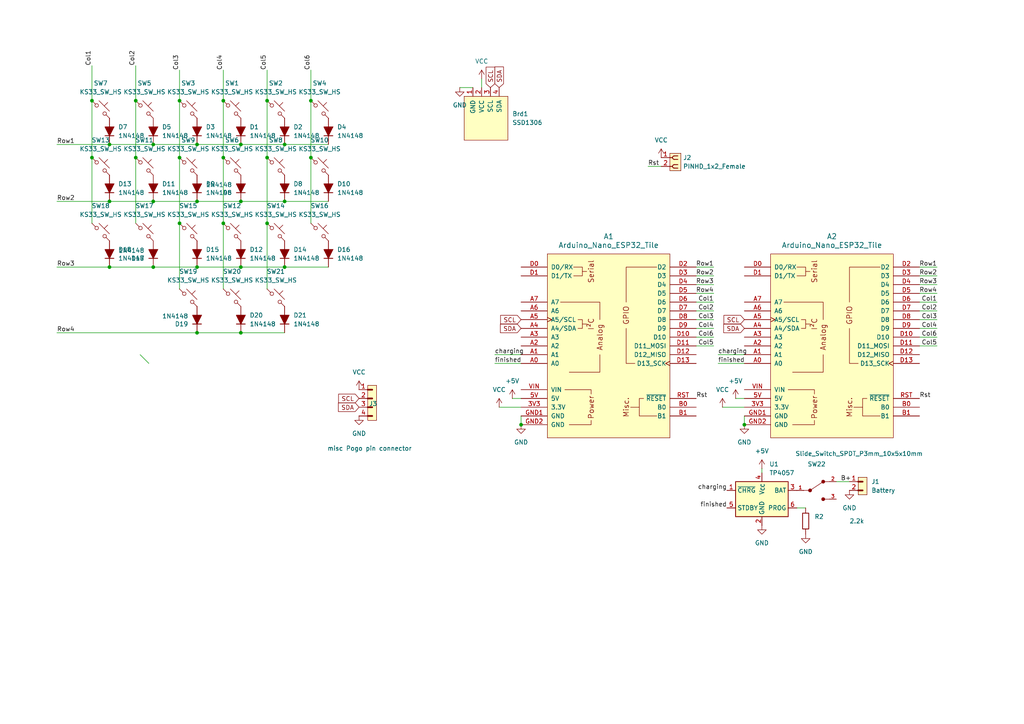
<source format=kicad_sch>
(kicad_sch (version 20250114) (generator "eeschema") (generator_version "9.0")
  (paper "A4")
  (lib_symbols
    (symbol "Battery_Management:TP4057"
      (property "Reference" "U" (at -6.35 6.604 0))
      (property "Value" "TP4057" (at 1.524 6.604 0))
      (symbol "TP4057_0_1"
        (rectangle (start -7.62 5.08) (end 7.62 -5.08) (stroke (width 0.254)) (fill (type background)))
      )
      (symbol "TP4057_1_1"
        (pin open_collector line (at -10.16 2.54 0) (length 2.54) (name "~{CHRG}") (number "1"))
        (pin open_collector line (at -10.16 -2.54 0) (length 2.54) (name "STDBY") (number "5"))
        (pin power_in line (at 0 7.62 270) (length 2.54) (name "V_{CC}") (number "4"))
        (pin power_in line (at 0 -7.62 90) (length 2.54) (name "GND") (number "2"))
        (pin power_out line (at 10.16 2.54 180) (length 2.54) (name "BAT") (number "3"))
        (pin passive line (at 10.16 -2.54 180) (length 2.54) (name "PROG") (number "6"))
      )
    )
    (symbol "PCM_Diode_AKL:1N4148" (pin_numbers (hide yes)) (pin_names (offset 1.016) (hide yes))
      (property "Reference" "D" (at 0 5.08 0))
      (property "Value" "1N4148" (at 0 2.54 0))
      (symbol "1N4148_0_1"
        (polyline (pts (xy -1.27 1.27) (xy -1.27 -1.27) (xy 1.27 0) (xy -1.27 1.27)) (stroke (width 0.254)) (fill (type outline)))
        (polyline (pts (xy -1.27 0) (xy 1.27 0)))
        (polyline (pts (xy 1.27 1.27) (xy 1.27 -1.27)) (stroke (width 0.254)))
      )
      (symbol "1N4148_0_2"
        (polyline (pts (xy -2.54 -2.54) (xy 2.54 2.54)))
        (polyline (pts (xy -0.889 -0.889) (xy -1.778 0) (xy 0.889 0.889) (xy 0 -1.778) (xy -0.889 -0.889)) (stroke (width 0.254)) (fill (type outline)))
        (polyline (pts (xy 0 1.778) (xy 1.778 0)) (stroke (width 0.254)))
      )
      (symbol "1N4148_1_1"
        (pin passive line (at -3.81 0 0) (length 2.54) (name "A") (number "2"))
        (pin passive line (at 3.81 0 180) (length 2.54) (name "K") (number "1"))
      )
      (symbol "1N4148_1_2"
        (pin passive line (at -2.54 -2.54 0) (length 0) (name "A") (number "2"))
        (pin passive line (at 2.54 2.54 180) (length 0) (name "K") (number "1"))
      )
    )
    (symbol "PCM_SL_Devices:Slide_Switch_SPDT_P3mm_10x5x10mm"
      (property "Reference" "SW" (at 0 6.35 0))
      (property "Value" "Slide_Switch_SPDT_P3mm_10x5x10mm" (at -1.27 -5.08 0))
      (symbol "Slide_Switch_SPDT_P3mm_10x5x10mm_0_1"
        (polyline (pts (xy -4.445 0) (xy -3.048 0)))
        (circle (center -2.54 0) (radius 0.4579) (fill (type outline)))
        (polyline (pts (xy -2.54 0) (xy 1.27 2.54)))
        (circle (center 1.27 2.54) (radius 0.4579) (fill (type outline)))
        (circle (center 1.27 -2.54) (radius 0.4579) (fill (type outline)))
        (polyline (pts (xy 1.778 2.54) (xy 3.175 2.54)))
        (polyline (pts (xy 1.778 -2.54) (xy 3.175 -2.54)))
      )
      (symbol "Slide_Switch_SPDT_P3mm_10x5x10mm_1_1"
        (pin passive line (at -6.35 0 0) (length 2) (name "") (number "1"))
        (pin passive line (at 5.08 2.54 180) (length 2) (name "") (number "2"))
        (pin passive line (at 5.08 -2.54 180) (length 2) (name "") (number "3"))
      )
    )
    (symbol "PCM_SL_Pin_Headers:PINHD_1x2_Female"
      (property "Reference" "J" (at 0 7.62 0))
      (property "Value" "PINHD_1x2_Female" (at 0 5.08 0))
      (symbol "PINHD_1x2_Female_0_1"
        (rectangle (start -1.27 2.54) (end 1.905 -2.54) (fill (type background)))
        (polyline (pts (xy -1.27 1.27) (xy -0.508 1.27)) (stroke (width 0.25)))
        (polyline (pts (xy -1.27 -1.27) (xy -0.508 -1.27)) (stroke (width 0.25)))
        (polyline (pts (xy 0 1.778) (xy 1.016 1.778)) (stroke (width 0.25)))
        (arc (start -0.508 1.27) (mid -0.3592 1.6292) (end 0 1.778) (stroke (width 0.25)))
        (arc (start 0 0.762) (mid -0.3592 0.9108) (end -0.508 1.27) (stroke (width 0.25)))
        (polyline (pts (xy 0 0.762) (xy 1.016 0.762)) (stroke (width 0.25)))
        (polyline (pts (xy 0 -0.762) (xy 1.016 -0.762)) (stroke (width 0.25)))
        (arc (start -0.508 -1.27) (mid -0.3592 -0.9108) (end 0 -0.762) (stroke (width 0.25)))
        (arc (start 0 -1.778) (mid -0.3592 -1.6292) (end -0.508 -1.27) (stroke (width 0.25)))
        (polyline (pts (xy 0 -1.778) (xy 1.016 -1.778)) (stroke (width 0.25)))
      )
      (symbol "PINHD_1x2_Female_1_1"
        (pin passive line (at -3.81 1.27 0) (length 2.54) (name "") (number "1"))
        (pin passive line (at -3.81 -1.27 0) (length 2.54) (name "") (number "2"))
      )
    )
    (symbol "PCM_SL_Pin_Headers:PINHD_1x2_Male"
      (property "Reference" "J" (at 0 6.35 0))
      (property "Value" "PINHD_1x2_Male" (at 0 3.81 0))
      (symbol "PINHD_1x2_Male_0_1"
        (rectangle (start -1.27 2.54) (end 1.27 -2.54) (fill (type background)))
        (polyline (pts (xy -1.27 1.27) (xy 0 1.27)) (stroke (width 0.3)))
        (polyline (pts (xy -1.27 1.27) (xy 0 1.27)) (stroke (width 0.5)))
        (polyline (pts (xy -1.27 -1.27) (xy 0 -1.27)) (stroke (width 0.3)))
        (polyline (pts (xy -1.27 -1.27) (xy 0 -1.27)) (stroke (width 0.5)))
      )
      (symbol "PINHD_1x2_Male_1_1"
        (pin passive line (at -3.81 1.27 0) (length 2.54) (name "") (number "1"))
        (pin passive line (at -3.81 -1.27 0) (length 2.54) (name "") (number "2"))
      )
    )
    (symbol "PCM_SL_Pin_Headers:PINHD_1x4_Male"
      (property "Reference" "J" (at 0 8.89 0))
      (property "Value" "PINHD_1x4_Male" (at 0 6.35 0))
      (symbol "PINHD_1x4_Male_0_1"
        (rectangle (start -1.27 5.08) (end 1.27 -5.08) (fill (type background)))
        (polyline (pts (xy -1.27 3.81) (xy 0 3.81)) (stroke (width 0.3)))
        (polyline (pts (xy -1.27 3.81) (xy 0 3.81)) (stroke (width 0.5)))
        (polyline (pts (xy -1.27 1.27) (xy 0 1.27)) (stroke (width 0.3)))
        (polyline (pts (xy -1.27 1.27) (xy 0 1.27)) (stroke (width 0.5)))
        (polyline (pts (xy -1.27 -1.27) (xy 0 -1.27)) (stroke (width 0.3)))
        (polyline (pts (xy -1.27 -1.27) (xy 0 -1.27)) (stroke (width 0.5)))
        (polyline (pts (xy -1.27 -3.81) (xy 0 -3.81)) (stroke (width 0.3)))
        (polyline (pts (xy -1.27 -3.81) (xy 0 -3.81)) (stroke (width 0.5)))
      )
      (symbol "PINHD_1x4_Male_1_1"
        (pin passive line (at -3.81 3.81 0) (length 2.54) (name "") (number "1"))
        (pin passive line (at -3.81 1.27 0) (length 2.54) (name "") (number "2"))
        (pin passive line (at -3.81 -1.27 0) (length 2.54) (name "") (number "3"))
        (pin passive line (at -3.81 -3.81 0) (length 2.54) (name "") (number "4"))
      )
    )
    (symbol "PCM_SL_Resistors:2.2k"
      (property "Reference" "R" (at 0 5.08 0))
      (property "Value" "2.2k" (at 0 2.54 0))
      (symbol "2.2k_0_1"
        (rectangle (start -2.286 0.889) (end 2.286 -0.889) (stroke (width 0.24)))
      )
      (symbol "2.2k_1_1"
        (pin passive line (at -3.81 0 0) (length 1.5) (name "") (number "1"))
        (pin passive line (at 3.81 0 180) (length 1.5) (name "~") (number "2"))
      )
    )
    (symbol "PCM_arduino-library:Arduino_Nano_ESP32_Tile" (pin_names (offset 1.016))
      (property "Reference" "A" (at 0 33.02 0))
      (property "Value" "Arduino_Nano_ESP32_Tile" (at 0 29.21 0))
      (symbol "Arduino_Nano_ESP32_Tile_0_0"
        (rectangle (start -17.78 26.67) (end 17.78 -26.67) (fill (type background)))
        (polyline (pts (xy -11.43 -22.86) (xy -5.08 -22.86) (xy -5.08 -21.59)))
        (polyline (pts (xy -10.16 22.86) (xy -7.62 22.86) (xy -7.62 20.32) (xy -10.16 20.32)))
        (polyline (pts (xy -8.89 7.62) (xy -7.62 7.62) (xy -7.62 5.08) (xy -8.89 5.08)))
        (polyline (pts (xy -7.62 21.59) (xy -6.35 21.59)))
        (polyline (pts (xy -7.62 6.35) (xy -6.35 6.35)))
        (polyline (pts (xy -5.08 -13.97) (xy -5.08 -12.7) (xy -12.7 -12.7)))
        (polyline (pts (xy 8.89 -17.78) (xy 6.35 -17.78)))
        (text "Serial" (at -5.08 21.59 900) (effects (font (size 1.524 1.524))))
        (text "I²C" (at -5.08 6.35 900) (effects (font (size 1.524 1.524))))
        (text "Power" (at -5.08 -17.78 900) (effects (font (size 1.524 1.524))))
        (text "Analog" (at -2.54 2.54 900) (effects (font (size 1.524 1.524))))
        (text "Misc." (at 5.08 -17.78 900) (effects (font (size 1.524 1.524))))
      )
      (symbol "Arduino_Nano_ESP32_Tile_0_1"
        (polyline (pts (xy -13.97 12.7) (xy -2.54 12.7) (xy -2.54 7.62)))
        (polyline (pts (xy -11.43 -7.62) (xy -2.54 -7.62) (xy -2.54 -2.54)))
        (polyline (pts (xy 7.62 -5.08) (xy 5.08 -5.08) (xy 5.08 5.08)))
        (polyline (pts (xy 10.16 -15.24) (xy 8.89 -15.24) (xy 8.89 -20.32) (xy 13.97 -20.32)))
        (polyline (pts (xy 13.97 22.86) (xy 5.08 22.86) (xy 5.08 12.7)))
      )
      (symbol "Arduino_Nano_ESP32_Tile_1_0"
        (text "GPIO" (at 5.08 8.89 900) (effects (font (size 1.524 1.524))))
      )
      (symbol "Arduino_Nano_ESP32_Tile_1_1"
        (pin bidirectional line (at -25.4 22.86 0) (length 7.62) (name "D0/RX") (number "D0"))
        (pin bidirectional line (at -25.4 20.32 0) (length 7.62) (name "D1/TX") (number "D1"))
        (pin input line (at -25.4 12.7 0) (length 7.62) (name "A7") (number "A7"))
        (pin input line (at -25.4 10.16 0) (length 7.62) (name "A6") (number "A6"))
        (pin bidirectional clock (at -25.4 7.62 0) (length 7.62) (name "A5/SCL") (number "A5"))
        (pin bidirectional line (at -25.4 5.08 0) (length 7.62) (name "A4/SDA") (number "A4"))
        (pin bidirectional line (at -25.4 2.54 0) (length 7.62) (name "A3") (number "A3"))
        (pin bidirectional line (at -25.4 0 0) (length 7.62) (name "A2") (number "A2"))
        (pin bidirectional line (at -25.4 -2.54 0) (length 7.62) (name "A1") (number "A1"))
        (pin bidirectional line (at -25.4 -5.08 0) (length 7.62) (name "A0") (number "A0"))
        (pin power_in line (at -25.4 -12.7 0) (length 7.62) (name "VIN") (number "VIN"))
        (pin power_in line (at -25.4 -15.24 0) (length 7.62) (name "5V") (number "5V"))
        (pin power_out line (at -25.4 -17.78 0) (length 7.62) (name "3.3V") (number "3V3"))
        (pin power_in line (at -25.4 -20.32 0) (length 7.62) (name "GND") (number "GND1"))
        (pin power_in line (at -25.4 -22.86 0) (length 7.62) (name "GND") (number "GND2"))
        (pin bidirectional line (at 25.4 22.86 180) (length 7.62) (name "D2") (number "D2"))
        (pin bidirectional line (at 25.4 20.32 180) (length 7.62) (name "D3") (number "D3"))
        (pin bidirectional line (at 25.4 17.78 180) (length 7.62) (name "D4") (number "D4"))
        (pin bidirectional line (at 25.4 15.24 180) (length 7.62) (name "D5") (number "D5"))
        (pin bidirectional line (at 25.4 12.7 180) (length 7.62) (name "D6") (number "D6"))
        (pin bidirectional line (at 25.4 10.16 180) (length 7.62) (name "D7") (number "D7"))
        (pin bidirectional line (at 25.4 7.62 180) (length 7.62) (name "D8") (number "D8"))
        (pin bidirectional line (at 25.4 5.08 180) (length 7.62) (name "D9") (number "D9"))
        (pin bidirectional line (at 25.4 2.54 180) (length 7.62) (name "D10") (number "D10"))
        (pin bidirectional line (at 25.4 0 180) (length 7.62) (name "D11_MOSI") (number "D11"))
        (pin bidirectional line (at 25.4 -2.54 180) (length 7.62) (name "D12_MISO") (number "D12"))
        (pin bidirectional clock (at 25.4 -5.08 180) (length 7.62) (name "D13_SCK") (number "D13"))
        (pin open_collector line (at 25.4 -15.24 180) (length 7.62) (name "~{RESET}") (number "RST"))
        (pin bidirectional line (at 25.4 -17.78 180) (length 7.62) (name "B0") (number "B0"))
        (pin bidirectional line (at 25.4 -20.32 180) (length 7.62) (name "B1") (number "B1"))
      )
    )
    (symbol "PCM_marbastlib-gateron_lp:KS33_SW_HS_KS-2P02B01-02" (pin_numbers (hide yes)) (pin_names (offset 1.016) (hide yes))
      (property "Reference" "SW" (at 3.048 1.016 0))
      (property "Value" "KS33_SW_HS" (at 0 -3.81 0))
      (symbol "KS33_SW_HS_KS-2P02B01-02_0_1"
        (polyline (pts (xy -2.54 2.54) (xy -1.524 1.524) (xy -1.524 1.524)))
        (circle (center -1.1684 1.1684) (radius 0.508))
        (polyline (pts (xy -0.508 2.54) (xy 2.54 -0.508)))
        (polyline (pts (xy 1.016 1.016) (xy 2.032 2.032)))
        (circle (center 1.143 -1.1938) (radius 0.508))
        (polyline (pts (xy 1.524 -1.524) (xy 2.54 -2.54) (xy 2.54 -2.54) (xy 2.54 -2.54)))
        (pin passive line (at -2.54 2.54 0) (length 0) (name "1") (number "1"))
        (pin passive line (at 2.54 -2.54 180) (length 0) (name "2") (number "2"))
      )
    )
    (symbol "power:+5V" (power) (pin_numbers (hide yes)) (pin_names (offset 0) (hide yes))
      (property "Value" "+5V" (at 0 3.556 0))
      (symbol "+5V_0_1"
        (polyline (pts (xy -0.762 1.27) (xy 0 2.54)))
        (polyline (pts (xy 0 2.54) (xy 0.762 1.27)))
        (polyline (pts (xy 0 0) (xy 0 2.54)))
      )
      (symbol "+5V_1_1"
        (pin power_in line (at 0 0 90) (length 0) (name "~") (number "1"))
      )
    )
    (symbol "power:GND" (power) (pin_numbers (hide yes)) (pin_names (offset 0) (hide yes))
      (property "Value" "GND" (at 0 -3.81 0))
      (symbol "GND_0_1"
        (polyline (pts (xy 0 0) (xy 0 -1.27) (xy 1.27 -1.27) (xy 0 -2.54) (xy -1.27 -1.27) (xy 0 -1.27)))
      )
      (symbol "GND_1_1"
        (pin power_in line (at 0 0 270) (length 0) (name "~") (number "1"))
      )
    )
    (symbol "power:VCC" (power) (pin_numbers (hide yes)) (pin_names (offset 0) (hide yes))
      (property "Value" "VCC" (at 0 3.556 0))
      (symbol "VCC_0_1"
        (polyline (pts (xy -0.762 1.27) (xy 0 2.54)))
        (polyline (pts (xy 0 2.54) (xy 0.762 1.27)))
        (polyline (pts (xy 0 0) (xy 0 2.54)))
      )
      (symbol "VCC_1_1"
        (pin power_in line (at 0 0 90) (length 0) (name "~") (number "1"))
      )
    )
    (symbol "ssd1306:SSD1306" (pin_names (offset 1.016))
      (property "Reference" "Brd" (at 0 -3.81 0))
      (property "Value" "SSD1306" (at 0 -1.27 0))
      (symbol "SSD1306_0_1"
        (rectangle (start -6.35 6.35) (end 6.35 -6.35) (fill (type background)))
      )
      (symbol "SSD1306_1_1"
        (pin input line (at -3.81 8.89 270) (length 2.54) (name "GND") (number "1"))
        (pin input line (at -1.27 8.89 270) (length 2.54) (name "VCC") (number "2"))
        (pin input line (at 1.27 8.89 270) (length 2.54) (name "SCL") (number "3"))
        (pin input line (at 3.81 8.89 270) (length 2.54) (name "SDA") (number "4"))
      )
    )
  )
  (junction (at 215.9 123.19))
  (junction (at 64.77 29.21))
  (junction (at 82.55 58.42))
  (junction (at 64.77 45.72))
  (junction (at 82.55 77.47))
  (junction (at 31.75 41.91))
  (junction (at 44.45 77.47))
  (junction (at 57.15 41.91))
  (junction (at 151.13 123.19))
  (junction (at 57.15 58.42))
  (junction (at 39.37 45.72))
  (junction (at 39.37 29.21))
  (junction (at 31.75 77.47))
  (junction (at 69.85 41.91))
  (junction (at 69.85 77.47))
  (junction (at 52.07 64.77))
  (junction (at 90.17 29.21))
  (junction (at 64.77 64.77))
  (junction (at 90.17 45.72))
  (junction (at 44.45 58.42))
  (junction (at 26.67 45.72))
  (junction (at 57.15 96.52))
  (junction (at 69.85 58.42))
  (junction (at 77.47 45.72))
  (junction (at 77.47 64.77))
  (junction (at 77.47 29.21))
  (junction (at 44.45 41.91))
  (junction (at 26.67 29.21))
  (junction (at 57.15 77.47))
  (junction (at 52.07 29.21))
  (junction (at 31.75 58.42))
  (junction (at 82.55 41.91))
  (junction (at 52.07 45.72))
  (junction (at 69.85 96.52))
  (bus_entry (at 40.64 102.87) (size 2.54 2.54))
  (wire (pts (xy 271.78 87.63) (xy 266.7 87.63)))
  (wire (pts (xy 151.13 120.65) (xy 151.13 123.19)))
  (wire (pts (xy 64.77 45.72) (xy 64.77 64.77)))
  (wire (pts (xy 271.78 92.71) (xy 266.7 92.71)))
  (wire (pts (xy 144.78 118.11) (xy 151.13 118.11)))
  (wire (pts (xy 39.37 29.21) (xy 39.37 45.72)))
  (wire (pts (xy 220.98 135.89) (xy 220.98 137.16)))
  (wire (pts (xy 69.85 96.52) (xy 82.55 96.52)))
  (wire (pts (xy 207.01 90.17) (xy 201.93 90.17)))
  (wire (pts (xy 31.75 58.42) (xy 44.45 58.42)))
  (wire (pts (xy 90.17 29.21) (xy 90.17 45.72)))
  (wire (pts (xy 143.51 105.41) (xy 151.13 105.41)))
  (wire (pts (xy 207.01 80.01) (xy 201.93 80.01)))
  (wire (pts (xy 57.15 58.42) (xy 69.85 58.42)))
  (wire (pts (xy 16.51 58.42) (xy 31.75 58.42)))
  (wire (pts (xy 90.17 45.72) (xy 90.17 64.77)))
  (wire (pts (xy 26.67 45.72) (xy 26.67 64.77)))
  (wire (pts (xy 207.01 87.63) (xy 201.93 87.63)))
  (wire (pts (xy 271.78 82.55) (xy 266.7 82.55)))
  (wire (pts (xy 16.51 41.91) (xy 31.75 41.91)))
  (wire (pts (xy 207.01 95.25) (xy 201.93 95.25)))
  (wire (pts (xy 44.45 41.91) (xy 57.15 41.91)))
  (wire (pts (xy 26.67 29.21) (xy 26.67 45.72)))
  (wire (pts (xy 44.45 58.42) (xy 57.15 58.42)))
  (wire (pts (xy 207.01 85.09) (xy 201.93 85.09)))
  (wire (pts (xy 271.78 97.79) (xy 266.7 97.79)))
  (wire (pts (xy 208.28 102.87) (xy 215.9 102.87)))
  (wire (pts (xy 213.36 115.57) (xy 215.9 115.57)))
  (wire (pts (xy 52.07 29.21) (xy 52.07 45.72)))
  (wire (pts (xy 16.51 77.47) (xy 31.75 77.47)))
  (wire (pts (xy 207.01 82.55) (xy 201.93 82.55)))
  (wire (pts (xy 77.47 45.72) (xy 77.47 64.77)))
  (wire (pts (xy 271.78 90.17) (xy 266.7 90.17)))
  (wire (pts (xy 69.85 58.42) (xy 82.55 58.42)))
  (wire (pts (xy 31.75 77.47) (xy 44.45 77.47)))
  (wire (pts (xy 52.07 20.32) (xy 52.07 29.21)))
  (wire (pts (xy 39.37 19.05) (xy 39.37 29.21)))
  (wire (pts (xy 207.01 100.33) (xy 201.93 100.33)))
  (wire (pts (xy 69.85 41.91) (xy 82.55 41.91)))
  (wire (pts (xy 215.9 120.65) (xy 215.9 123.19)))
  (wire (pts (xy 64.77 29.21) (xy 64.77 45.72)))
  (wire (pts (xy 242.57 139.7) (xy 246.38 139.7)))
  (wire (pts (xy 148.59 115.57) (xy 151.13 115.57)))
  (wire (pts (xy 231.14 147.32) (xy 233.68 147.32)))
  (wire (pts (xy 64.77 64.77) (xy 64.77 83.82)))
  (wire (pts (xy 52.07 45.72) (xy 52.07 64.77)))
  (wire (pts (xy 90.17 20.32) (xy 90.17 29.21)))
  (wire (pts (xy 57.15 77.47) (xy 69.85 77.47)))
  (wire (pts (xy 271.78 95.25) (xy 266.7 95.25)))
  (wire (pts (xy 31.75 41.91) (xy 44.45 41.91)))
  (wire (pts (xy 207.01 92.71) (xy 201.93 92.71)))
  (wire (pts (xy 82.55 41.91) (xy 95.25 41.91)))
  (wire (pts (xy 207.01 97.79) (xy 201.93 97.79)))
  (wire (pts (xy 209.55 118.11) (xy 215.9 118.11)))
  (wire (pts (xy 208.28 105.41) (xy 215.9 105.41)))
  (wire (pts (xy 77.47 20.32) (xy 77.47 29.21)))
  (wire (pts (xy 57.15 41.91) (xy 69.85 41.91)))
  (wire (pts (xy 207.01 77.47) (xy 201.93 77.47)))
  (wire (pts (xy 64.77 20.32) (xy 64.77 29.21)))
  (wire (pts (xy 271.78 85.09) (xy 266.7 85.09)))
  (wire (pts (xy 139.7 22.86) (xy 139.7 25.4)))
  (wire (pts (xy 271.78 77.47) (xy 266.7 77.47)))
  (wire (pts (xy 52.07 64.77) (xy 52.07 83.82)))
  (wire (pts (xy 77.47 64.77) (xy 77.47 83.82)))
  (wire (pts (xy 271.78 80.01) (xy 266.7 80.01)))
  (wire (pts (xy 44.45 77.47) (xy 57.15 77.47)))
  (wire (pts (xy 133.35 25.4) (xy 137.16 25.4)))
  (wire (pts (xy 82.55 77.47) (xy 95.25 77.47)))
  (wire (pts (xy 143.51 102.87) (xy 151.13 102.87)))
  (wire (pts (xy 57.15 96.52) (xy 69.85 96.52)))
  (wire (pts (xy 69.85 77.47) (xy 82.55 77.47)))
  (wire (pts (xy 16.51 96.52) (xy 57.15 96.52)))
  (wire (pts (xy 39.37 45.72) (xy 39.37 64.77)))
  (wire (pts (xy 187.96 48.26) (xy 191.77 48.26)))
  (wire (pts (xy 77.47 29.21) (xy 77.47 45.72)))
  (wire (pts (xy 271.78 100.33) (xy 266.7 100.33)))
  (wire (pts (xy 82.55 58.42) (xy 95.25 58.42)))
  (wire (pts (xy 26.67 19.05) (xy 26.67 29.21)))
  (label "B+" (at 243.84 139.7 0))
  (label "Rst" (at 266.7 115.57 0))
  (label "Row3" (at 16.51 77.47 0))
  (label "finished" (at 210.82 147.32 180))
  (label "Col4" (at 207.01 95.25 180))
  (label "Col5" (at 77.47 20.32 90))
  (label "finished" (at 208.28 105.41 0))
  (label "Row2" (at 16.51 58.42 0))
  (label "Col5" (at 271.78 100.33 180))
  (label "Row4" (at 271.78 85.09 180))
  (label "Row4" (at 16.51 96.52 0))
  (label "Row4" (at 207.01 85.09 180))
  (label "Col6" (at 207.01 97.79 180))
  (label "Col3" (at 271.78 92.71 180))
  (label "Row1" (at 207.01 77.47 180))
  (label "Col5" (at 207.01 100.33 180))
  (label "Col2" (at 271.78 90.17 180))
  (label "Row1" (at 16.51 41.91 0))
  (label "Col1" (at 207.01 87.63 180))
  (label "Col4" (at 271.78 95.25 180))
  (label "Col4" (at 64.77 20.32 90))
  (label "Row2" (at 207.01 80.01 180))
  (label "Col3" (at 207.01 92.71 180))
  (label "Col2" (at 39.37 19.05 90))
  (label "Col1" (at 271.78 87.63 180))
  (label "Col6" (at 271.78 97.79 180))
  (label "Row2" (at 271.78 80.01 180))
  (label "Col2" (at 207.01 90.17 180))
  (label "Col6" (at 90.17 20.32 90))
  (label "Rst" (at 187.96 48.26 0))
  (label "Col3" (at 52.07 20.32 90))
  (label "finished" (at 143.51 105.41 0))
  (label "Row3" (at 207.01 82.55 180))
  (label "Col1" (at 26.67 19.05 90))
  (label "Row3" (at 271.78 82.55 180))
  (label "Row1" (at 271.78 77.47 180))
  (label "Rst" (at 201.93 115.57 0))
  (label "charging" (at 210.82 142.24 180))
  (label "charging" (at 208.28 102.87 0))
  (label "charging" (at 143.51 102.87 0))
  (global_label "SDA" (shape input) (at 151.13 95.25 180) (property "Intersheetrefs" "${INTERSHEET_REFS}" (effects (hide yes))))
  (global_label "SDA" (shape input) (at 215.9 95.25 180) (property "Intersheetrefs" "${INTERSHEET_REFS}" (effects (hide yes))))
  (global_label "SCL" (shape input) (at 142.24 25.4 90) (property "Intersheetrefs" "${INTERSHEET_REFS}" (effects (hide yes))))
  (global_label "SDA" (shape input) (at 144.78 25.4 90) (property "Intersheetrefs" "${INTERSHEET_REFS}" (effects (hide yes))))
  (global_label "SDA" (shape input) (at 104.14 118.11 180) (property "Intersheetrefs" "${INTERSHEET_REFS}" (effects (hide yes))))
  (global_label "SCL" (shape input) (at 104.14 115.57 180) (property "Intersheetrefs" "${INTERSHEET_REFS}" (effects (hide yes))))
  (global_label "SCL" (shape input) (at 215.9 92.71 180) (property "Intersheetrefs" "${INTERSHEET_REFS}" (effects (hide yes))))
  (global_label "SCL" (shape input) (at 151.13 92.71 180) (property "Intersheetrefs" "${INTERSHEET_REFS}" (effects (hide yes))))
  (symbol (lib_id "power:GND") (at 246.38 142.24 0) (unit 1)
    (property "Reference" "#PWR02" (effects (hide yes)))
    (property "Value" "GND" (at 246.38 147.32 0))
    (property "Description" "Power symbol creates a global label with name \"GND\" , ground" (effects (hide yes)))
  )
  (symbol (lib_id "PCM_marbastlib-gateron_lp:KS33_SW_HS_KS-2P02B01-02") (at 67.31 86.36 0) (unit 1)
    (property "Reference" "SW20" (at 67.31 78.74 0))
    (property "Value" "KS33_SW_HS" (at 67.31 81.28 0))
    (property "Footprint" "keyswitches:Kailh_socket_PG1350_reversible" (effects (hide yes)))
    (property "Description" "Push button switch, normally open, two pins, 45° tilted" (effects (hide yes)))
  )
  (symbol (lib_id "PCM_marbastlib-gateron_lp:KS33_SW_HS_KS-2P02B01-02") (at 54.61 67.31 0) (unit 1)
    (property "Reference" "SW15" (at 54.61 59.69 0))
    (property "Value" "KS33_SW_HS" (at 54.61 62.23 0))
    (property "Footprint" "keyswitches:Kailh_socket_PG1350_reversible" (effects (hide yes)))
    (property "Description" "Push button switch, normally open, two pins, 45° tilted" (effects (hide yes)))
  )
  (symbol (lib_id "PCM_Diode_AKL:1N4148") (at 95.25 38.1 270) (unit 1)
    (property "Reference" "D4" (at 97.79 36.8299 90) (effects (justify left)))
    (property "Value" "1N4148" (at 97.79 39.3699 90) (effects (justify left)))
    (property "Footprint" "PCM_Diode_THT_AKL:D_DO-35_SOD27_P7.62mm_Horizontal" (effects (hide yes)))
    (property "Datasheet" "https://datasheet.octopart.com/1N4148TR-ON-Semiconductor-datasheet-42765246.pdf" (effects (hide yes)))
    (property "Description" "DO-35 Diode, Small Signal, Fast Switching, 75V, 150mA, 4ns, Alternate KiCad Library" (effects (hide yes)))
    (property "Sim.Device" "D" (effects (hide yes)))
    (property "Sim.Pins" "1=K 2=A" (effects (hide yes)))
  )
  (symbol (lib_id "power:VCC") (at 144.78 118.11 0) (unit 1)
    (property "Reference" "#PWR018" (effects (hide yes)))
    (property "Value" "VCC" (at 144.78 113.03 0))
    (property "Description" "Power symbol creates a global label with name \"VCC\"" (effects (hide yes)))
  )
  (symbol (lib_id "PCM_marbastlib-gateron_lp:KS33_SW_HS_KS-2P02B01-02") (at 67.31 67.31 0) (unit 1)
    (property "Reference" "SW12" (at 67.31 59.69 0))
    (property "Value" "KS33_SW_HS" (at 67.31 62.23 0))
    (property "Footprint" "keyswitches:Kailh_socket_PG1350_reversible" (effects (hide yes)))
    (property "Description" "Push button switch, normally open, two pins, 45° tilted" (effects (hide yes)))
  )
  (symbol (lib_id "PCM_Diode_AKL:1N4148") (at 31.75 54.61 270) (unit 1)
    (property "Reference" "D13" (at 34.29 53.3399 90) (effects (justify left)))
    (property "Value" "1N4148" (at 34.29 55.8799 90) (effects (justify left)))
    (property "Footprint" "PCM_Diode_THT_AKL:D_DO-35_SOD27_P7.62mm_Horizontal" (effects (hide yes)))
    (property "Datasheet" "https://datasheet.octopart.com/1N4148TR-ON-Semiconductor-datasheet-42765246.pdf" (effects (hide yes)))
    (property "Description" "DO-35 Diode, Small Signal, Fast Switching, 75V, 150mA, 4ns, Alternate KiCad Library" (effects (hide yes)))
    (property "Sim.Device" "D" (effects (hide yes)))
    (property "Sim.Pins" "1=K 2=A" (effects (hide yes)))
  )
  (symbol (lib_id "PCM_marbastlib-gateron_lp:KS33_SW_HS_KS-2P02B01-02") (at 29.21 67.31 0) (unit 1)
    (property "Reference" "SW18" (at 29.21 59.69 0))
    (property "Value" "KS33_SW_HS" (at 29.21 62.23 0))
    (property "Footprint" "keyswitches:Kailh_socket_PG1350_reversible" (effects (hide yes)))
    (property "Description" "Push button switch, normally open, two pins, 45° tilted" (effects (hide yes)))
  )
  (symbol (lib_id "PCM_Diode_AKL:1N4148") (at 95.25 54.61 270) (unit 1)
    (property "Reference" "D10" (at 97.79 53.3399 90) (effects (justify left)))
    (property "Value" "1N4148" (at 97.79 55.8799 90) (effects (justify left)))
    (property "Footprint" "PCM_Diode_THT_AKL:D_DO-35_SOD27_P7.62mm_Horizontal" (effects (hide yes)))
    (property "Datasheet" "https://datasheet.octopart.com/1N4148TR-ON-Semiconductor-datasheet-42765246.pdf" (effects (hide yes)))
    (property "Description" "DO-35 Diode, Small Signal, Fast Switching, 75V, 150mA, 4ns, Alternate KiCad Library" (effects (hide yes)))
    (property "Sim.Device" "D" (effects (hide yes)))
    (property "Sim.Pins" "1=K 2=A" (effects (hide yes)))
  )
  (symbol (lib_id "PCM_Diode_AKL:1N4148") (at 57.15 92.71 270) (unit 1)
    (property "Reference" "D19" (at 54.61 93.9801 90) (effects (justify right)))
    (property "Value" "1N4148" (at 54.61 91.694 90) (effects (justify right)))
    (property "Footprint" "PCM_Diode_THT_AKL:D_DO-35_SOD27_P7.62mm_Horizontal" (effects (hide yes)))
    (property "Datasheet" "https://datasheet.octopart.com/1N4148TR-ON-Semiconductor-datasheet-42765246.pdf" (effects (hide yes)))
    (property "Description" "DO-35 Diode, Small Signal, Fast Switching, 75V, 150mA, 4ns, Alternate KiCad Library" (effects (hide yes)))
    (property "Sim.Device" "D" (effects (hide yes)))
    (property "Sim.Pins" "1=K 2=A" (effects (hide yes)))
  )
  (symbol (lib_id "power:VCC") (at 104.14 113.03 0) (unit 1)
    (property "Reference" "#PWR06" (effects (hide yes)))
    (property "Value" "VCC" (at 104.14 107.95 0))
    (property "Description" "Power symbol creates a global label with name \"VCC\"" (effects (hide yes)))
  )
  (symbol (lib_id "PCM_Diode_AKL:1N4148") (at 57.15 38.1 270) (unit 1)
    (property "Reference" "D3" (at 59.69 36.8299 90) (effects (justify left)))
    (property "Value" "1N4148" (at 59.69 39.3699 90) (effects (justify left)))
    (property "Footprint" "PCM_Diode_THT_AKL:D_DO-35_SOD27_P7.62mm_Horizontal" (effects (hide yes)))
    (property "Datasheet" "https://datasheet.octopart.com/1N4148TR-ON-Semiconductor-datasheet-42765246.pdf" (effects (hide yes)))
    (property "Description" "DO-35 Diode, Small Signal, Fast Switching, 75V, 150mA, 4ns, Alternate KiCad Library" (effects (hide yes)))
    (property "Sim.Device" "D" (effects (hide yes)))
    (property "Sim.Pins" "1=K 2=A" (effects (hide yes)))
  )
  (symbol (lib_id "PCM_marbastlib-gateron_lp:KS33_SW_HS_KS-2P02B01-02") (at 80.01 67.31 0) (unit 1)
    (property "Reference" "SW14" (at 80.01 59.69 0))
    (property "Value" "KS33_SW_HS" (at 80.01 62.23 0))
    (property "Footprint" "keyswitches:Kailh_socket_PG1350_reversible" (effects (hide yes)))
    (property "Description" "Push button switch, normally open, two pins, 45° tilted" (effects (hide yes)))
  )
  (symbol (lib_id "PCM_Diode_AKL:1N4148") (at 44.45 73.66 270) (unit 1)
    (property "Reference" "D17" (at 41.91 74.9301 90) (effects (justify right)))
    (property "Value" "1N4148" (at 41.91 72.644 90) (effects (justify right)))
    (property "Footprint" "PCM_Diode_THT_AKL:D_DO-35_SOD27_P7.62mm_Horizontal" (effects (hide yes)))
    (property "Datasheet" "https://datasheet.octopart.com/1N4148TR-ON-Semiconductor-datasheet-42765246.pdf" (effects (hide yes)))
    (property "Description" "DO-35 Diode, Small Signal, Fast Switching, 75V, 150mA, 4ns, Alternate KiCad Library" (effects (hide yes)))
    (property "Sim.Device" "D" (effects (hide yes)))
    (property "Sim.Pins" "1=K 2=A" (effects (hide yes)))
  )
  (symbol (lib_id "PCM_marbastlib-gateron_lp:KS33_SW_HS_KS-2P02B01-02") (at 41.91 31.75 0) (unit 1)
    (property "Reference" "SW5" (at 41.91 24.13 0))
    (property "Value" "KS33_SW_HS" (at 41.91 26.67 0))
    (property "Footprint" "keyswitches:Kailh_socket_PG1350_reversible" (effects (hide yes)))
    (property "Description" "Push button switch, normally open, two pins, 45° tilted" (effects (hide yes)))
  )
  (symbol (lib_id "PCM_arduino-library:Arduino_Nano_ESP32_Tile") (at 176.53 100.33 0) (unit 1)
    (property "Reference" "A1" (at 176.53 68.58 0) (effects (font (size 1.524 1.524))))
    (property "Value" "Arduino_Nano_ESP32_Tile" (at 176.53 71.12 0) (effects (font (size 1.524 1.524))))
    (property "Footprint" "PCM_arduino-library:Arduino_Nano_ESP32_Tile" (effects (hide yes)))
    (property "Datasheet" "https://docs.arduino.cc/hardware/nano-esp32" (effects (hide yes)))
    (property "Description" "Tile for Arduino Nano ESP32" (effects (hide yes)))
  )
  (symbol (lib_id "PCM_Diode_AKL:1N4148") (at 69.85 54.61 270) (unit 1)
    (property "Reference" "D6" (at 67.31 55.8801 90) (effects (justify right)))
    (property "Value" "1N4148" (at 67.31 53.594 90) (effects (justify right)))
    (property "Footprint" "PCM_Diode_THT_AKL:D_DO-35_SOD27_P7.62mm_Horizontal" (effects (hide yes)))
    (property "Datasheet" "https://datasheet.octopart.com/1N4148TR-ON-Semiconductor-datasheet-42765246.pdf" (effects (hide yes)))
    (property "Description" "DO-35 Diode, Small Signal, Fast Switching, 75V, 150mA, 4ns, Alternate KiCad Library" (effects (hide yes)))
    (property "Sim.Device" "D" (effects (hide yes)))
    (property "Sim.Pins" "1=K 2=A" (effects (hide yes)))
  )
  (symbol (lib_id "Battery_Management:TP4057") (at 220.98 144.78 0) (unit 1)
    (property "Reference" "U1" (at 223.1233 134.62 0) (effects (justify left)))
    (property "Value" "TP4057" (at 223.1233 137.16 0) (effects (justify left)))
    (property "Footprint" "Package_TO_SOT_SMD:TSOT-23-6" (effects (hide yes)))
    (property "Datasheet" "http://toppwr.com/uploadfile/file/20230304/640302a47b738.pdf" (effects (hide yes)))
    (property "Description" "Constant-current/constant-voltage linear charger for single cell lithium-ion batteries with 2.9V Trickle Charge, 4.5V to 6.5V VDD, -40 to +85 degree Celsius, TSOT-23-6" (effects (hide yes)))
  )
  (symbol (lib_id "power:+5V") (at 220.98 135.89 0) (unit 1)
    (property "Reference" "#PWR010" (effects (hide yes)))
    (property "Value" "+5V" (at 220.98 130.81 0))
    (property "Description" "Power symbol creates a global label with name \"+5V\"" (effects (hide yes)))
  )
  (symbol (lib_id "power:GND") (at 104.14 120.65 0) (unit 1)
    (property "Reference" "#PWR01" (effects (hide yes)))
    (property "Value" "GND" (at 104.14 125.73 0))
    (property "Description" "Power symbol creates a global label with name \"GND\" , ground" (effects (hide yes)))
  )
  (symbol (lib_id "power:VCC") (at 191.77 45.72 0) (unit 1)
    (property "Reference" "#PWR08" (effects (hide yes)))
    (property "Value" "VCC" (at 191.77 40.64 0))
    (property "Description" "Power symbol creates a global label with name \"VCC\"" (effects (hide yes)))
  )
  (symbol (lib_id "power:GND") (at 151.13 123.19 0) (unit 1)
    (property "Reference" "#PWR014" (effects (hide yes)))
    (property "Value" "GND" (at 151.13 128.27 0))
    (property "Description" "Power symbol creates a global label with name \"GND\" , ground" (effects (hide yes)))
  )
  (symbol (lib_id "PCM_marbastlib-gateron_lp:KS33_SW_HS_KS-2P02B01-02") (at 80.01 31.75 0) (unit 1)
    (property "Reference" "SW2" (at 80.01 24.13 0))
    (property "Value" "KS33_SW_HS" (at 80.01 26.67 0))
    (property "Footprint" "keyswitches:Kailh_socket_PG1350_reversible" (effects (hide yes)))
    (property "Description" "Push button switch, normally open, two pins, 45° tilted" (effects (hide yes)))
  )
  (symbol (lib_id "power:GND") (at 133.35 25.4 0) (unit 1)
    (property "Reference" "#PWR016" (effects (hide yes)))
    (property "Value" "GND" (at 133.35 30.48 0))
    (property "Description" "Power symbol creates a global label with name \"GND\" , ground" (effects (hide yes)))
  )
  (symbol (lib_id "PCM_marbastlib-gateron_lp:KS33_SW_HS_KS-2P02B01-02") (at 92.71 48.26 0) (unit 1)
    (property "Reference" "SW10" (at 92.71 40.64 0))
    (property "Value" "KS33_SW_HS" (at 92.71 43.18 0))
    (property "Footprint" "keyswitches:Kailh_socket_PG1350_reversible" (effects (hide yes)))
    (property "Description" "Push button switch, normally open, two pins, 45° tilted" (effects (hide yes)))
  )
  (symbol (lib_id "power:VCC") (at 209.55 118.11 0) (unit 1)
    (property "Reference" "#PWR019" (effects (hide yes)))
    (property "Value" "VCC" (at 209.55 113.03 0))
    (property "Description" "Power symbol creates a global label with name \"VCC\"" (effects (hide yes)))
  )
  (symbol (lib_id "power:GND") (at 220.98 152.4 0) (unit 1)
    (property "Reference" "#PWR07" (effects (hide yes)))
    (property "Value" "GND" (at 220.98 157.48 0))
    (property "Description" "Power symbol creates a global label with name \"GND\" , ground" (effects (hide yes)))
  )
  (symbol (lib_id "PCM_SL_Pin_Headers:PINHD_1x2_Male") (at 250.19 140.97 0) (unit 1)
    (property "Reference" "J1" (at 252.73 139.6999 0) (effects (justify left)))
    (property "Value" "Battery" (at 252.73 142.2399 0) (effects (justify left)))
    (property "Footprint" "Connector_PinHeader_2.54mm:PinHeader_1x02_P2.54mm_Vertical" (effects (hide yes)))
    (property "Description" "Pin Header male with pin space 2.54mm. Pin Count -2" (effects (hide yes)))
  )
  (symbol (lib_id "PCM_Diode_AKL:1N4148") (at 69.85 92.71 270) (unit 1)
    (property "Reference" "D20" (at 72.39 91.4399 90) (effects (justify left)))
    (property "Value" "1N4148" (at 72.39 93.9799 90) (effects (justify left)))
    (property "Footprint" "PCM_Diode_THT_AKL:D_DO-35_SOD27_P7.62mm_Horizontal" (effects (hide yes)))
    (property "Datasheet" "https://datasheet.octopart.com/1N4148TR-ON-Semiconductor-datasheet-42765246.pdf" (effects (hide yes)))
    (property "Description" "DO-35 Diode, Small Signal, Fast Switching, 75V, 150mA, 4ns, Alternate KiCad Library" (effects (hide yes)))
    (property "Sim.Device" "D" (effects (hide yes)))
    (property "Sim.Pins" "1=K 2=A" (effects (hide yes)))
  )
  (symbol (lib_id "PCM_Diode_AKL:1N4148") (at 82.55 54.61 270) (unit 1)
    (property "Reference" "D8" (at 85.09 53.3399 90) (effects (justify left)))
    (property "Value" "1N4148" (at 85.09 55.8799 90) (effects (justify left)))
    (property "Footprint" "PCM_Diode_THT_AKL:D_DO-35_SOD27_P7.62mm_Horizontal" (effects (hide yes)))
    (property "Datasheet" "https://datasheet.octopart.com/1N4148TR-ON-Semiconductor-datasheet-42765246.pdf" (effects (hide yes)))
    (property "Description" "DO-35 Diode, Small Signal, Fast Switching, 75V, 150mA, 4ns, Alternate KiCad Library" (effects (hide yes)))
    (property "Sim.Device" "D" (effects (hide yes)))
    (property "Sim.Pins" "1=K 2=A" (effects (hide yes)))
  )
  (symbol (lib_id "power:GND") (at 215.9 123.19 0) (unit 1)
    (property "Reference" "#PWR021" (effects (hide yes)))
    (property "Value" "GND" (at 215.9 128.27 0))
    (property "Description" "Power symbol creates a global label with name \"GND\" , ground" (effects (hide yes)))
  )
  (symbol (lib_id "PCM_Diode_AKL:1N4148") (at 31.75 38.1 270) (unit 1)
    (property "Reference" "D7" (at 34.29 36.8299 90) (effects (justify left)))
    (property "Value" "1N4148" (at 34.29 39.3699 90) (effects (justify left)))
    (property "Footprint" "PCM_Diode_THT_AKL:D_DO-35_SOD27_P7.62mm_Horizontal" (effects (hide yes)))
    (property "Datasheet" "https://datasheet.octopart.com/1N4148TR-ON-Semiconductor-datasheet-42765246.pdf" (effects (hide yes)))
    (property "Description" "DO-35 Diode, Small Signal, Fast Switching, 75V, 150mA, 4ns, Alternate KiCad Library" (effects (hide yes)))
    (property "Sim.Device" "D" (effects (hide yes)))
    (property "Sim.Pins" "1=K 2=A" (effects (hide yes)))
  )
  (symbol (lib_id "PCM_marbastlib-gateron_lp:KS33_SW_HS_KS-2P02B01-02") (at 41.91 48.26 0) (unit 1)
    (property "Reference" "SW11" (at 41.91 40.64 0))
    (property "Value" "KS33_SW_HS" (at 41.91 43.18 0))
    (property "Footprint" "keyswitches:Kailh_socket_PG1350_reversible" (effects (hide yes)))
    (property "Description" "Push button switch, normally open, two pins, 45° tilted" (effects (hide yes)))
  )
  (symbol (lib_id "PCM_marbastlib-gateron_lp:KS33_SW_HS_KS-2P02B01-02") (at 67.31 31.75 0) (unit 1)
    (property "Reference" "SW1" (at 67.31 24.13 0))
    (property "Value" "KS33_SW_HS" (at 67.31 26.67 0))
    (property "Footprint" "keyswitches:Kailh_socket_PG1350_reversible" (effects (hide yes)))
    (property "Description" "Push button switch, normally open, two pins, 45° tilted" (effects (hide yes)))
  )
  (symbol (lib_id "PCM_marbastlib-gateron_lp:KS33_SW_HS_KS-2P02B01-02") (at 80.01 86.36 0) (unit 1)
    (property "Reference" "SW21" (at 80.01 78.74 0))
    (property "Value" "KS33_SW_HS" (at 80.01 81.28 0))
    (property "Footprint" "keyswitches:Kailh_socket_PG1350_reversible" (effects (hide yes)))
    (property "Description" "Push button switch, normally open, two pins, 45° tilted" (effects (hide yes)))
  )
  (symbol (lib_id "PCM_Diode_AKL:1N4148") (at 31.75 73.66 270) (unit 1)
    (property "Reference" "D18" (at 34.29 72.3899 90) (effects (justify left)))
    (property "Value" "1N4148" (at 34.29 74.9299 90) (effects (justify left)))
    (property "Footprint" "PCM_Diode_THT_AKL:D_DO-35_SOD27_P7.62mm_Horizontal" (effects (hide yes)))
    (property "Datasheet" "https://datasheet.octopart.com/1N4148TR-ON-Semiconductor-datasheet-42765246.pdf" (effects (hide yes)))
    (property "Description" "DO-35 Diode, Small Signal, Fast Switching, 75V, 150mA, 4ns, Alternate KiCad Library" (effects (hide yes)))
    (property "Sim.Device" "D" (effects (hide yes)))
    (property "Sim.Pins" "1=K 2=A" (effects (hide yes)))
  )
  (symbol (lib_id "PCM_SL_Pin_Headers:PINHD_1x4_Male") (at 107.95 116.84 0) (unit 1)
    (property "Reference" "J3" (at 108.204 117.094 0))
    (property "Value" "misc Pogo pin connector" (at 107.188 130.048 0))
    (property "Footprint" "Connector_PinHeader_2.54mm:PinHeader_1x04_P2.54mm_Vertical" (effects (hide yes)))
    (property "Description" "Pin Header male with pin space 2.54mm. Pin Count -4" (effects (hide yes)))
  )
  (symbol (lib_id "power:+5V") (at 148.59 115.57 0) (unit 1)
    (property "Reference" "#PWR017" (effects (hide yes)))
    (property "Value" "+5V" (at 148.59 110.49 0))
    (property "Description" "Power symbol creates a global label with name \"+5V\"" (effects (hide yes)))
  )
  (symbol (lib_id "PCM_marbastlib-gateron_lp:KS33_SW_HS_KS-2P02B01-02") (at 29.21 31.75 0) (unit 1)
    (property "Reference" "SW7" (at 29.21 24.13 0))
    (property "Value" "KS33_SW_HS" (at 29.21 26.67 0))
    (property "Footprint" "keyswitches:Kailh_socket_PG1350_reversible" (effects (hide yes)))
    (property "Description" "Push button switch, normally open, two pins, 45° tilted" (effects (hide yes)))
  )
  (symbol (lib_id "PCM_arduino-library:Arduino_Nano_ESP32_Tile") (at 241.3 100.33 0) (unit 1)
    (property "Reference" "A2" (at 241.3 68.58 0) (effects (font (size 1.524 1.524))))
    (property "Value" "Arduino_Nano_ESP32_Tile" (at 241.3 71.12 0) (effects (font (size 1.524 1.524))))
    (property "Footprint" "PCM_arduino-library:Arduino_Nano_ESP32_Tile" (effects (hide yes)))
    (property "Datasheet" "https://docs.arduino.cc/hardware/nano-esp32" (effects (hide yes)))
    (property "Description" "Tile for Arduino Nano ESP32" (effects (hide yes)))
  )
  (symbol (lib_id "PCM_SL_Resistors:2.2k") (at 233.68 151.13 90) (unit 1)
    (property "Reference" "R2" (at 236.22 149.8599 90) (effects (justify right)))
    (property "Value" "2.2k" (at 246.38 151.1299 90) (effects (justify right)))
    (property "Footprint" "Resistor_THT:R_Axial_DIN0207_L6.3mm_D2.5mm_P10.16mm_Horizontal" (effects (hide yes)))
    (property "Description" "2.2kΩ, 1/4W Resistor" (effects (hide yes)))
  )
  (symbol (lib_id "PCM_marbastlib-gateron_lp:KS33_SW_HS_KS-2P02B01-02") (at 92.71 67.31 0) (unit 1)
    (property "Reference" "SW16" (at 92.71 59.69 0))
    (property "Value" "KS33_SW_HS" (at 92.71 62.23 0))
    (property "Footprint" "keyswitches:Kailh_socket_PG1350_reversible" (effects (hide yes)))
    (property "Description" "Push button switch, normally open, two pins, 45° tilted" (effects (hide yes)))
  )
  (symbol (lib_id "PCM_Diode_AKL:1N4148") (at 69.85 38.1 270) (unit 1)
    (property "Reference" "D1" (at 72.39 36.8299 90) (effects (justify left)))
    (property "Value" "1N4148" (at 72.39 39.3699 90) (effects (justify left)))
    (property "Footprint" "PCM_Diode_THT_AKL:D_DO-35_SOD27_P7.62mm_Horizontal" (effects (hide yes)))
    (property "Datasheet" "https://datasheet.octopart.com/1N4148TR-ON-Semiconductor-datasheet-42765246.pdf" (effects (hide yes)))
    (property "Description" "DO-35 Diode, Small Signal, Fast Switching, 75V, 150mA, 4ns, Alternate KiCad Library" (effects (hide yes)))
    (property "Sim.Device" "D" (effects (hide yes)))
    (property "Sim.Pins" "1=K 2=A" (effects (hide yes)))
  )
  (symbol (lib_id "PCM_Diode_AKL:1N4148") (at 82.55 38.1 270) (unit 1)
    (property "Reference" "D2" (at 85.09 36.8299 90) (effects (justify left)))
    (property "Value" "1N4148" (at 85.09 39.3699 90) (effects (justify left)))
    (property "Footprint" "PCM_Diode_THT_AKL:D_DO-35_SOD27_P7.62mm_Horizontal" (effects (hide yes)))
    (property "Datasheet" "https://datasheet.octopart.com/1N4148TR-ON-Semiconductor-datasheet-42765246.pdf" (effects (hide yes)))
    (property "Description" "DO-35 Diode, Small Signal, Fast Switching, 75V, 150mA, 4ns, Alternate KiCad Library" (effects (hide yes)))
    (property "Sim.Device" "D" (effects (hide yes)))
    (property "Sim.Pins" "1=K 2=A" (effects (hide yes)))
  )
  (symbol (lib_id "PCM_Diode_AKL:1N4148") (at 95.25 73.66 270) (unit 1)
    (property "Reference" "D16" (at 97.79 72.3899 90) (effects (justify left)))
    (property "Value" "1N4148" (at 97.79 74.9299 90) (effects (justify left)))
    (property "Footprint" "PCM_Diode_THT_AKL:D_DO-35_SOD27_P7.62mm_Horizontal" (effects (hide yes)))
    (property "Datasheet" "https://datasheet.octopart.com/1N4148TR-ON-Semiconductor-datasheet-42765246.pdf" (effects (hide yes)))
    (property "Description" "DO-35 Diode, Small Signal, Fast Switching, 75V, 150mA, 4ns, Alternate KiCad Library" (effects (hide yes)))
    (property "Sim.Device" "D" (effects (hide yes)))
    (property "Sim.Pins" "1=K 2=A" (effects (hide yes)))
  )
  (symbol (lib_id "PCM_marbastlib-gateron_lp:KS33_SW_HS_KS-2P02B01-02") (at 92.71 31.75 0) (unit 1)
    (property "Reference" "SW4" (at 92.71 24.13 0))
    (property "Value" "KS33_SW_HS" (at 92.71 26.67 0))
    (property "Footprint" "keyswitches:Kailh_socket_PG1350_reversible" (effects (hide yes)))
    (property "Description" "Push button switch, normally open, two pins, 45° tilted" (effects (hide yes)))
  )
  (symbol (lib_id "PCM_Diode_AKL:1N4148") (at 44.45 38.1 270) (unit 1)
    (property "Reference" "D5" (at 46.99 36.8299 90) (effects (justify left)))
    (property "Value" "1N4148" (at 46.99 39.3699 90) (effects (justify left)))
    (property "Footprint" "PCM_Diode_THT_AKL:D_DO-35_SOD27_P7.62mm_Horizontal" (effects (hide yes)))
    (property "Datasheet" "https://datasheet.octopart.com/1N4148TR-ON-Semiconductor-datasheet-42765246.pdf" (effects (hide yes)))
    (property "Description" "DO-35 Diode, Small Signal, Fast Switching, 75V, 150mA, 4ns, Alternate KiCad Library" (effects (hide yes)))
    (property "Sim.Device" "D" (effects (hide yes)))
    (property "Sim.Pins" "1=K 2=A" (effects (hide yes)))
  )
  (symbol (lib_id "PCM_Diode_AKL:1N4148") (at 57.15 54.61 270) (unit 1)
    (property "Reference" "D9" (at 59.69 53.3399 90) (effects (justify left)))
    (property "Value" "1N4148" (at 59.69 55.8799 90) (effects (justify left)))
    (property "Footprint" "PCM_Diode_THT_AKL:D_DO-35_SOD27_P7.62mm_Horizontal" (effects (hide yes)))
    (property "Datasheet" "https://datasheet.octopart.com/1N4148TR-ON-Semiconductor-datasheet-42765246.pdf" (effects (hide yes)))
    (property "Description" "DO-35 Diode, Small Signal, Fast Switching, 75V, 150mA, 4ns, Alternate KiCad Library" (effects (hide yes)))
    (property "Sim.Device" "D" (effects (hide yes)))
    (property "Sim.Pins" "1=K 2=A" (effects (hide yes)))
  )
  (symbol (lib_id "PCM_Diode_AKL:1N4148") (at 82.55 92.71 270) (unit 1)
    (property "Reference" "D21" (at 85.09 91.4399 90) (effects (justify left)))
    (property "Value" "1N4148" (at 85.09 93.9799 90) (effects (justify left)))
    (property "Footprint" "PCM_Diode_THT_AKL:D_DO-35_SOD27_P7.62mm_Horizontal" (effects (hide yes)))
    (property "Datasheet" "https://datasheet.octopart.com/1N4148TR-ON-Semiconductor-datasheet-42765246.pdf" (effects (hide yes)))
    (property "Description" "DO-35 Diode, Small Signal, Fast Switching, 75V, 150mA, 4ns, Alternate KiCad Library" (effects (hide yes)))
    (property "Sim.Device" "D" (effects (hide yes)))
    (property "Sim.Pins" "1=K 2=A" (effects (hide yes)))
  )
  (symbol (lib_id "power:+5V") (at 213.36 115.57 0) (unit 1)
    (property "Reference" "#PWR020" (effects (hide yes)))
    (property "Value" "+5V" (at 213.36 110.49 0))
    (property "Description" "Power symbol creates a global label with name \"+5V\"" (effects (hide yes)))
  )
  (symbol (lib_id "PCM_marbastlib-gateron_lp:KS33_SW_HS_KS-2P02B01-02") (at 54.61 86.36 0) (unit 1)
    (property "Reference" "SW19" (at 54.61 78.74 0))
    (property "Value" "KS33_SW_HS" (at 54.61 81.28 0))
    (property "Footprint" "keyswitches:Kailh_socket_PG1350_reversible" (effects (hide yes)))
    (property "Description" "Push button switch, normally open, two pins, 45° tilted" (effects (hide yes)))
  )
  (symbol (lib_id "PCM_marbastlib-gateron_lp:KS33_SW_HS_KS-2P02B01-02") (at 80.01 48.26 0) (unit 1)
    (property "Reference" "SW8" (at 80.01 40.64 0))
    (property "Value" "KS33_SW_HS" (at 80.01 43.18 0))
    (property "Footprint" "keyswitches:Kailh_socket_PG1350_reversible" (effects (hide yes)))
    (property "Description" "Push button switch, normally open, two pins, 45° tilted" (effects (hide yes)))
  )
  (symbol (lib_id "power:GND") (at 233.68 154.94 0) (unit 1)
    (property "Reference" "#PWR015" (effects (hide yes)))
    (property "Value" "GND" (at 233.68 160.02 0))
    (property "Description" "Power symbol creates a global label with name \"GND\" , ground" (effects (hide yes)))
  )
  (symbol (lib_id "power:VCC") (at 139.7 22.86 0) (unit 1)
    (property "Reference" "#PWR05" (effects (hide yes)))
    (property "Value" "VCC" (at 139.7 17.78 0))
    (property "Description" "Power symbol creates a global label with name \"VCC\"" (effects (hide yes)))
  )
  (symbol (lib_id "PCM_Diode_AKL:1N4148") (at 44.45 54.61 270) (unit 1)
    (property "Reference" "D11" (at 46.99 53.3399 90) (effects (justify left)))
    (property "Value" "1N4148" (at 46.99 55.8799 90) (effects (justify left)))
    (property "Footprint" "PCM_Diode_THT_AKL:D_DO-35_SOD27_P7.62mm_Horizontal" (effects (hide yes)))
    (property "Datasheet" "https://datasheet.octopart.com/1N4148TR-ON-Semiconductor-datasheet-42765246.pdf" (effects (hide yes)))
    (property "Description" "DO-35 Diode, Small Signal, Fast Switching, 75V, 150mA, 4ns, Alternate KiCad Library" (effects (hide yes)))
    (property "Sim.Device" "D" (effects (hide yes)))
    (property "Sim.Pins" "1=K 2=A" (effects (hide yes)))
  )
  (symbol (lib_id "PCM_Diode_AKL:1N4148") (at 82.55 73.66 270) (unit 1)
    (property "Reference" "D14" (at 85.09 72.3899 90) (effects (justify left)))
    (property "Value" "1N4148" (at 85.09 74.9299 90) (effects (justify left)))
    (property "Footprint" "PCM_Diode_THT_AKL:D_DO-35_SOD27_P7.62mm_Horizontal" (effects (hide yes)))
    (property "Datasheet" "https://datasheet.octopart.com/1N4148TR-ON-Semiconductor-datasheet-42765246.pdf" (effects (hide yes)))
    (property "Description" "DO-35 Diode, Small Signal, Fast Switching, 75V, 150mA, 4ns, Alternate KiCad Library" (effects (hide yes)))
    (property "Sim.Device" "D" (effects (hide yes)))
    (property "Sim.Pins" "1=K 2=A" (effects (hide yes)))
  )
  (symbol (lib_id "PCM_marbastlib-gateron_lp:KS33_SW_HS_KS-2P02B01-02") (at 54.61 48.26 0) (unit 1)
    (property "Reference" "SW9" (at 54.61 40.64 0))
    (property "Value" "KS33_SW_HS" (at 54.61 43.18 0))
    (property "Footprint" "keyswitches:Kailh_socket_PG1350_reversible" (effects (hide yes)))
    (property "Description" "Push button switch, normally open, two pins, 45° tilted" (effects (hide yes)))
  )
  (symbol (lib_id "PCM_Diode_AKL:1N4148") (at 57.15 73.66 270) (unit 1)
    (property "Reference" "D15" (at 59.69 72.3899 90) (effects (justify left)))
    (property "Value" "1N4148" (at 59.69 74.9299 90) (effects (justify left)))
    (property "Footprint" "PCM_Diode_THT_AKL:D_DO-35_SOD27_P7.62mm_Horizontal" (effects (hide yes)))
    (property "Datasheet" "https://datasheet.octopart.com/1N4148TR-ON-Semiconductor-datasheet-42765246.pdf" (effects (hide yes)))
    (property "Description" "DO-35 Diode, Small Signal, Fast Switching, 75V, 150mA, 4ns, Alternate KiCad Library" (effects (hide yes)))
    (property "Sim.Device" "D" (effects (hide yes)))
    (property "Sim.Pins" "1=K 2=A" (effects (hide yes)))
  )
  (symbol (lib_id "PCM_marbastlib-gateron_lp:KS33_SW_HS_KS-2P02B01-02") (at 41.91 67.31 0) (unit 1)
    (property "Reference" "SW17" (at 41.91 59.69 0))
    (property "Value" "KS33_SW_HS" (at 41.91 62.23 0))
    (property "Footprint" "keyswitches:Kailh_socket_PG1350_reversible" (effects (hide yes)))
    (property "Description" "Push button switch, normally open, two pins, 45° tilted" (effects (hide yes)))
  )
  (symbol (lib_id "PCM_SL_Pin_Headers:PINHD_1x2_Female") (at 195.58 46.99 0) (unit 1)
    (property "Reference" "J2" (at 198.12 45.7199 0) (effects (justify left)))
    (property "Value" "PINHD_1x2_Female" (at 198.12 48.2599 0) (effects (justify left)))
    (property "Footprint" "Connector_PinSocket_2.54mm:PinSocket_1x02_P2.54mm_Vertical" (effects (hide yes)))
    (property "Description" "Pin Header female with pin space 2.54mm. Pin Count -2" (effects (hide yes)))
  )
  (symbol (lib_id "PCM_marbastlib-gateron_lp:KS33_SW_HS_KS-2P02B01-02") (at 54.61 31.75 0) (unit 1)
    (property "Reference" "SW3" (at 54.61 24.13 0))
    (property "Value" "KS33_SW_HS" (at 54.61 26.67 0))
    (property "Footprint" "keyswitches:Kailh_socket_PG1350_reversible" (effects (hide yes)))
    (property "Description" "Push button switch, normally open, two pins, 45° tilted" (effects (hide yes)))
  )
  (symbol (lib_id "PCM_Diode_AKL:1N4148") (at 69.85 73.66 270) (unit 1)
    (property "Reference" "D12" (at 72.39 72.3899 90) (effects (justify left)))
    (property "Value" "1N4148" (at 72.39 74.9299 90) (effects (justify left)))
    (property "Footprint" "PCM_Diode_THT_AKL:D_DO-35_SOD27_P7.62mm_Horizontal" (effects (hide yes)))
    (property "Datasheet" "https://datasheet.octopart.com/1N4148TR-ON-Semiconductor-datasheet-42765246.pdf" (effects (hide yes)))
    (property "Description" "DO-35 Diode, Small Signal, Fast Switching, 75V, 150mA, 4ns, Alternate KiCad Library" (effects (hide yes)))
    (property "Sim.Device" "D" (effects (hide yes)))
    (property "Sim.Pins" "1=K 2=A" (effects (hide yes)))
  )
  (symbol (lib_id "PCM_SL_Devices:Slide_Switch_SPDT_P3mm_10x5x10mm") (at 237.49 142.24 0) (unit 1)
    (property "Reference" "SW22" (at 236.855 134.62 0))
    (property "Value" "Slide_Switch_SPDT_P3mm_10x5x10mm" (at 249.174 131.572 0))
    (property "Footprint" "PCM_SL_Devices:Slide_Switch_SPDT_P3mm_10x5x10mm" (effects (hide yes)))
    (property "Description" "SPDT Slide Switch with 10mm length, 5mm width and 10mm hight." (effects (hide yes)))
  )
  (symbol (lib_id "PCM_marbastlib-gateron_lp:KS33_SW_HS_KS-2P02B01-02") (at 67.31 48.26 0) (unit 1)
    (property "Reference" "SW6" (at 67.31 40.64 0))
    (property "Value" "KS33_SW_HS" (at 67.31 43.18 0))
    (property "Footprint" "keyswitches:Kailh_socket_PG1350_reversible" (effects (hide yes)))
    (property "Description" "Push button switch, normally open, two pins, 45° tilted" (effects (hide yes)))
  )
  (symbol (lib_id "PCM_marbastlib-gateron_lp:KS33_SW_HS_KS-2P02B01-02") (at 29.21 48.26 0) (unit 1)
    (property "Reference" "SW13" (at 29.21 40.64 0))
    (property "Value" "KS33_SW_HS" (at 29.21 43.18 0))
    (property "Footprint" "keyswitches:Kailh_socket_PG1350_reversible" (effects (hide yes)))
    (property "Description" "Push button switch, normally open, two pins, 45° tilted" (effects (hide yes)))
  )
  (symbol (lib_id "ssd1306:SSD1306") (at 140.97 34.29 0) (unit 1)
    (property "Reference" "Brd1" (at 148.59 33.0199 0) (effects (justify left)))
    (property "Value" "SSD1306" (at 148.59 35.5599 0) (effects (justify left)))
    (property "Footprint" "SSD1306:128x64OLED" (effects (hide yes)))
    (property "Description" "SSD1306 OLED" (effects (hide yes)))
  )
)
</source>
